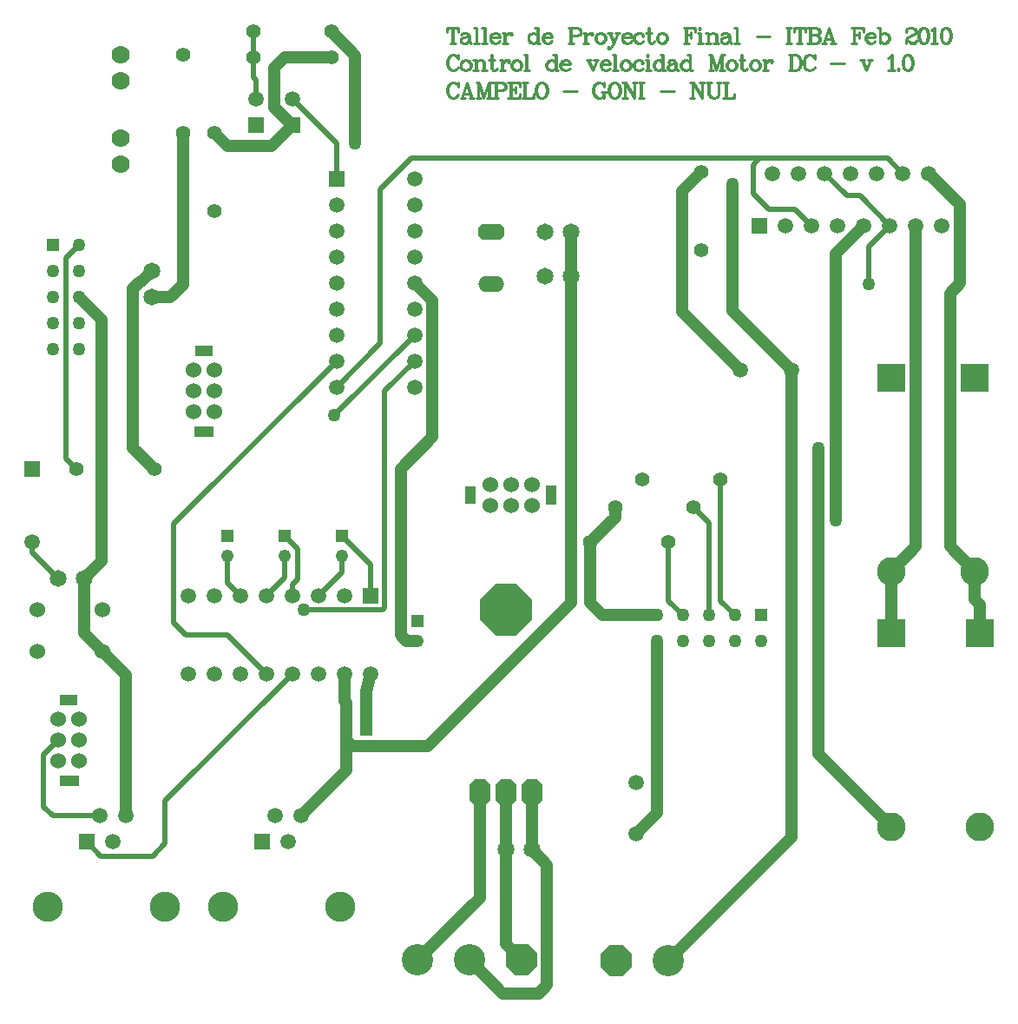
<source format=gtl>
%FSLAX23Y23*%
%MOIN*%
G70*
G01*
G75*
G04 Layer_Physical_Order=1*
G04 Layer_Color=255*
%ADD10C,0.020*%
%ADD11C,0.047*%
%ADD12C,0.010*%
%ADD13C,0.059*%
%ADD14O,0.100X0.060*%
G04:AMPARAMS|DCode=15|XSize=100mil|YSize=60mil|CornerRadius=0mil|HoleSize=0mil|Usage=FLASHONLY|Rotation=0.000|XOffset=0mil|YOffset=0mil|HoleType=Round|Shape=Octagon|*
%AMOCTAGOND15*
4,1,8,0.050,-0.015,0.050,0.015,0.035,0.030,-0.035,0.030,-0.050,0.015,-0.050,-0.015,-0.035,-0.030,0.035,-0.030,0.050,-0.015,0.0*
%
%ADD15OCTAGOND15*%

%ADD16C,0.065*%
%ADD17R,0.059X0.059*%
%ADD18C,0.055*%
%ADD19R,0.059X0.059*%
%ADD20C,0.070*%
%ADD21C,0.049*%
%ADD22R,0.049X0.049*%
%ADD23C,0.060*%
%ADD24C,0.050*%
%ADD25R,0.050X0.050*%
G04:AMPARAMS|DCode=26|XSize=80mil|YSize=100mil|CornerRadius=0mil|HoleSize=0mil|Usage=FLASHONLY|Rotation=0.000|XOffset=0mil|YOffset=0mil|HoleType=Round|Shape=Octagon|*
%AMOCTAGOND26*
4,1,8,-0.020,0.050,0.020,0.050,0.040,0.030,0.040,-0.030,0.020,-0.050,-0.020,-0.050,-0.040,-0.030,-0.040,0.030,-0.020,0.050,0.0*
%
%ADD26OCTAGOND26*%

%ADD27P,0.213X8X22.5*%
%ADD28C,0.120*%
%ADD29P,0.130X8X202.5*%
%ADD30C,0.059*%
%ADD31C,0.116*%
%ADD32R,0.059X0.059*%
%ADD33R,0.049X0.049*%
%ADD34R,0.110X0.110*%
%ADD35C,0.110*%
%ADD36R,0.050X0.050*%
%ADD37R,0.070X0.040*%
%ADD38R,0.075X0.040*%
%ADD39R,0.040X0.070*%
%ADD40R,0.040X0.075*%
D10*
X4931Y6349D02*
X4955Y6373D01*
X5447D01*
X3618D02*
X4955D01*
X2370Y3750D02*
X2425Y3695D01*
X2624D01*
X2672Y3743D01*
Y3907D01*
X3160Y4395D01*
X5374Y5891D02*
Y6034D01*
X5455Y6115D01*
X5205Y6315D02*
X5290Y6230D01*
X5340D01*
X5455Y6115D01*
X3205Y4640D02*
X3507D01*
X3515Y4648D01*
Y5480D01*
X3630Y5595D01*
X2910Y4545D02*
X3060Y4395D01*
X2752Y4545D02*
X2910D01*
X2705Y4592D02*
X2752Y4545D01*
X2705Y4592D02*
Y4970D01*
X3330Y5595D01*
X2910Y4745D02*
Y4846D01*
Y4745D02*
X2960Y4695D01*
X3130Y4765D02*
Y4846D01*
X3060Y4695D02*
X3130Y4765D01*
X3350Y4924D02*
X3460Y4814D01*
Y4695D02*
Y4814D01*
X4805Y4675D02*
Y5140D01*
Y4675D02*
X4860Y4620D01*
X5447Y6373D02*
X5505Y6315D01*
X3499Y6254D02*
X3618Y6373D01*
X3499Y5664D02*
Y6254D01*
X3330Y5495D02*
X3499Y5664D01*
X5092Y6178D02*
X5155Y6115D01*
X4992Y6178D02*
X5092D01*
X4931Y6239D02*
X4992Y6178D01*
X4931Y6239D02*
Y6349D01*
X4955Y6373D02*
X5447D01*
X4760Y4620D02*
Y4975D01*
X4700Y5035D02*
X4760Y4975D01*
X4605Y4675D02*
Y4900D01*
Y4675D02*
X4660Y4620D01*
X3322Y5387D02*
X3630Y5695D01*
X2290Y5220D02*
X2330Y5180D01*
X2290Y5220D02*
Y5990D01*
X2340Y6040D01*
X3260Y4695D02*
X3350Y4785D01*
Y4846D01*
X3330Y6295D02*
Y6430D01*
X3160Y6600D02*
X3330Y6430D01*
X2240Y3850D02*
X2420D01*
X2205Y3885D02*
X2240Y3850D01*
X2205Y3885D02*
Y4085D01*
X2260Y4140D01*
X3160Y4695D02*
Y4736D01*
X3180Y4756D01*
Y4874D01*
X3130Y4924D02*
X3180Y4874D01*
X2160Y4860D02*
Y4900D01*
Y4860D02*
X2260Y4760D01*
X3010Y6685D02*
Y6760D01*
Y6685D02*
X3020Y6675D01*
Y6600D02*
Y6675D01*
X3010Y6760D02*
Y6860D01*
D11*
X3366Y4142D02*
X3392Y4116D01*
X3366Y4142D02*
Y4180D01*
Y4023D02*
Y4142D01*
X5180Y4089D02*
Y5262D01*
Y4089D02*
X5460Y3809D01*
X5605Y6315D02*
X5724Y6196D01*
Y5893D02*
Y6196D01*
X5686Y5855D02*
X5724Y5893D01*
X5686Y4883D02*
Y5855D01*
Y4883D02*
X5780Y4789D01*
X5555Y4884D02*
Y6115D01*
X5460Y4789D02*
X5555Y4884D01*
X4230Y5962D02*
Y6090D01*
X4230Y5922D02*
X4230Y5962D01*
X3366Y4142D02*
Y4180D01*
X3392Y4116D02*
X3680D01*
X4230Y4666D01*
Y5922D01*
X4560Y3862D02*
Y4520D01*
X4480Y3782D02*
X4560Y3862D01*
X3980Y3356D02*
Y3720D01*
Y3356D02*
X4041Y3296D01*
X2360Y4550D02*
X2430Y4480D01*
X2360Y4550D02*
Y4760D01*
X2520Y3850D02*
Y4390D01*
X2430Y4480D02*
X2520Y4390D01*
X4605Y3295D02*
X5078Y3768D01*
Y5560D01*
X3310Y6860D02*
X3401Y6769D01*
Y6431D02*
Y6769D01*
X5248Y4985D02*
Y6008D01*
X5355Y6115D01*
X4400Y4995D02*
Y5035D01*
X4305Y4900D02*
X4400Y4995D01*
X3444Y4180D02*
Y4326D01*
X3460Y4395D01*
X4852Y5786D02*
Y6275D01*
Y5786D02*
X5078Y5560D01*
X4659Y5783D02*
X4882Y5560D01*
X4659Y5783D02*
Y6249D01*
X4730Y6320D01*
X3080Y6420D02*
X3160Y6500D01*
X2910Y6420D02*
X3080D01*
X2860Y6470D02*
X2910Y6420D01*
X3841Y3296D02*
X3968Y3168D01*
X4107D01*
X4139Y3200D01*
Y3661D01*
X4080Y3720D02*
X4139Y3661D01*
X2340Y5840D02*
X2427Y5753D01*
Y4827D02*
Y5753D01*
X2360Y4760D02*
X2427Y4827D01*
X2740Y5888D02*
Y6470D01*
X2692Y5840D02*
X2740Y5888D01*
X2620Y5840D02*
X2692D01*
X4352Y4620D02*
X4560D01*
X4305Y4667D02*
X4352Y4620D01*
X4305Y4667D02*
Y4900D01*
X3131Y6760D02*
X3310D01*
X3091Y6720D02*
X3131Y6760D01*
X3091Y6569D02*
Y6720D01*
Y6569D02*
X3160Y6500D01*
X3195Y3852D02*
X3366Y4023D01*
X3641Y3296D02*
X3880Y3535D01*
Y3940D01*
X2549Y5261D02*
X2630Y5180D01*
X2549Y5261D02*
Y5873D01*
X2576Y5900D01*
X2580D01*
X2620Y5940D01*
X3630Y5895D02*
X3699Y5826D01*
Y5304D02*
Y5826D01*
X3576Y5181D02*
X3699Y5304D01*
X3576Y4544D02*
Y5181D01*
Y4544D02*
X3599Y4521D01*
X3640D01*
X5780Y4680D02*
Y4789D01*
Y4680D02*
X5800Y4660D01*
Y4551D02*
Y4660D01*
X5460Y4551D02*
Y4789D01*
X3980Y3830D02*
Y3940D01*
X3980Y3830D02*
X3980Y3830D01*
X3980Y3720D02*
Y3830D01*
X3360Y4290D02*
Y4395D01*
Y4290D02*
X3366Y4284D01*
Y4180D02*
Y4284D01*
X4080Y3830D02*
Y3940D01*
X4080Y3830D02*
X4080Y3830D01*
X4080Y3720D02*
Y3830D01*
D12*
X3795Y6656D02*
X3798Y6648D01*
Y6665D01*
X3795Y6656D01*
X3789Y6662D01*
X3781Y6665D01*
X3775D01*
X3766Y6662D01*
X3761Y6656D01*
X3758Y6651D01*
X3755Y6642D01*
Y6628D01*
X3758Y6619D01*
X3761Y6614D01*
X3766Y6608D01*
X3775Y6605D01*
X3781D01*
X3789Y6608D01*
X3795Y6614D01*
X3798Y6619D01*
X3775Y6665D02*
X3769Y6662D01*
X3764Y6656D01*
X3761Y6651D01*
X3758Y6642D01*
Y6628D01*
X3761Y6619D01*
X3764Y6614D01*
X3769Y6608D01*
X3775Y6605D01*
X3832Y6665D02*
X3812Y6605D01*
X3832Y6665D02*
X3852Y6605D01*
X3832Y6656D02*
X3849Y6605D01*
X3818Y6622D02*
X3844D01*
X3806Y6605D02*
X3824D01*
X3841D02*
X3858D01*
X3874Y6665D02*
Y6605D01*
X3877Y6665D02*
X3894Y6614D01*
X3874Y6665D02*
X3894Y6605D01*
X3914Y6665D02*
X3894Y6605D01*
X3914Y6665D02*
Y6605D01*
X3917Y6665D02*
Y6605D01*
X3866Y6665D02*
X3877D01*
X3914D02*
X3926D01*
X3866Y6605D02*
X3883D01*
X3906D02*
X3926D01*
X3941Y6665D02*
Y6605D01*
X3944Y6665D02*
Y6605D01*
X3932Y6665D02*
X3967D01*
X3975Y6662D01*
X3978Y6659D01*
X3981Y6654D01*
Y6645D01*
X3978Y6639D01*
X3975Y6636D01*
X3967Y6634D01*
X3944D01*
X3967Y6665D02*
X3972Y6662D01*
X3975Y6659D01*
X3978Y6654D01*
Y6645D01*
X3975Y6639D01*
X3972Y6636D01*
X3967Y6634D01*
X3932Y6605D02*
X3952D01*
X3998Y6665D02*
Y6605D01*
X4000Y6665D02*
Y6605D01*
X4018Y6648D02*
Y6625D01*
X3989Y6665D02*
X4035D01*
Y6648D01*
X4032Y6665D01*
X4000Y6636D02*
X4018D01*
X3989Y6605D02*
X4035D01*
Y6622D01*
X4032Y6605D01*
X4052Y6665D02*
Y6605D01*
X4054Y6665D02*
Y6605D01*
X4043Y6665D02*
X4063D01*
X4043Y6605D02*
X4086D01*
Y6622D01*
X4083Y6605D01*
X4114Y6665D02*
X4106Y6662D01*
X4100Y6656D01*
X4097Y6651D01*
X4094Y6639D01*
Y6631D01*
X4097Y6619D01*
X4100Y6614D01*
X4106Y6608D01*
X4114Y6605D01*
X4120D01*
X4129Y6608D01*
X4134Y6614D01*
X4137Y6619D01*
X4140Y6631D01*
Y6639D01*
X4137Y6651D01*
X4134Y6656D01*
X4129Y6662D01*
X4120Y6665D01*
X4114D01*
X4109Y6662D01*
X4103Y6656D01*
X4100Y6651D01*
X4097Y6639D01*
Y6631D01*
X4100Y6619D01*
X4103Y6614D01*
X4109Y6608D01*
X4114Y6605D01*
X4120D02*
X4126Y6608D01*
X4131Y6614D01*
X4134Y6619D01*
X4137Y6631D01*
Y6639D01*
X4134Y6651D01*
X4131Y6656D01*
X4126Y6662D01*
X4120Y6665D01*
X4202Y6631D02*
X4254D01*
X4355Y6656D02*
X4358Y6648D01*
Y6665D01*
X4355Y6656D01*
X4350Y6662D01*
X4341Y6665D01*
X4335D01*
X4327Y6662D01*
X4321Y6656D01*
X4318Y6651D01*
X4315Y6642D01*
Y6628D01*
X4318Y6619D01*
X4321Y6614D01*
X4327Y6608D01*
X4335Y6605D01*
X4341D01*
X4350Y6608D01*
X4355Y6614D01*
X4335Y6665D02*
X4330Y6662D01*
X4324Y6656D01*
X4321Y6651D01*
X4318Y6642D01*
Y6628D01*
X4321Y6619D01*
X4324Y6614D01*
X4330Y6608D01*
X4335Y6605D01*
X4355Y6628D02*
Y6605D01*
X4358Y6628D02*
Y6605D01*
X4347Y6628D02*
X4367D01*
X4395Y6665D02*
X4386Y6662D01*
X4380Y6656D01*
X4377Y6651D01*
X4375Y6639D01*
Y6631D01*
X4377Y6619D01*
X4380Y6614D01*
X4386Y6608D01*
X4395Y6605D01*
X4400D01*
X4409Y6608D01*
X4415Y6614D01*
X4417Y6619D01*
X4420Y6631D01*
Y6639D01*
X4417Y6651D01*
X4415Y6656D01*
X4409Y6662D01*
X4400Y6665D01*
X4395D01*
X4389Y6662D01*
X4383Y6656D01*
X4380Y6651D01*
X4377Y6639D01*
Y6631D01*
X4380Y6619D01*
X4383Y6614D01*
X4389Y6608D01*
X4395Y6605D01*
X4400D02*
X4406Y6608D01*
X4412Y6614D01*
X4415Y6619D01*
X4417Y6631D01*
Y6639D01*
X4415Y6651D01*
X4412Y6656D01*
X4406Y6662D01*
X4400Y6665D01*
X4437D02*
Y6605D01*
X4440Y6665D02*
X4474Y6611D01*
X4440Y6659D02*
X4474Y6605D01*
Y6665D02*
Y6605D01*
X4429Y6665D02*
X4440D01*
X4466D02*
X4483D01*
X4429Y6605D02*
X4446D01*
X4499Y6665D02*
Y6605D01*
X4502Y6665D02*
Y6605D01*
X4490Y6665D02*
X4510D01*
X4490Y6605D02*
X4510D01*
X4575Y6631D02*
X4627D01*
X4697Y6665D02*
Y6605D01*
X4700Y6665D02*
X4734Y6611D01*
X4700Y6659D02*
X4734Y6605D01*
Y6665D02*
Y6605D01*
X4688Y6665D02*
X4700D01*
X4725D02*
X4743D01*
X4688Y6605D02*
X4705D01*
X4758Y6665D02*
Y6622D01*
X4761Y6614D01*
X4767Y6608D01*
X4776Y6605D01*
X4781D01*
X4790Y6608D01*
X4796Y6614D01*
X4798Y6622D01*
Y6665D01*
X4761D02*
Y6622D01*
X4764Y6614D01*
X4770Y6608D01*
X4776Y6605D01*
X4750Y6665D02*
X4770D01*
X4790D02*
X4807D01*
X4823D02*
Y6605D01*
X4826Y6665D02*
Y6605D01*
X4814Y6665D02*
X4834D01*
X4814Y6605D02*
X4857D01*
Y6622D01*
X4854Y6605D01*
X3795Y6761D02*
X3798Y6753D01*
Y6770D01*
X3795Y6761D01*
X3789Y6767D01*
X3781Y6770D01*
X3775D01*
X3766Y6767D01*
X3761Y6761D01*
X3758Y6756D01*
X3755Y6747D01*
Y6733D01*
X3758Y6724D01*
X3761Y6719D01*
X3766Y6713D01*
X3775Y6710D01*
X3781D01*
X3789Y6713D01*
X3795Y6719D01*
X3798Y6724D01*
X3775Y6770D02*
X3769Y6767D01*
X3764Y6761D01*
X3761Y6756D01*
X3758Y6747D01*
Y6733D01*
X3761Y6724D01*
X3764Y6719D01*
X3769Y6713D01*
X3775Y6710D01*
X3824Y6750D02*
X3815Y6747D01*
X3809Y6741D01*
X3806Y6733D01*
Y6727D01*
X3809Y6719D01*
X3815Y6713D01*
X3824Y6710D01*
X3829D01*
X3838Y6713D01*
X3844Y6719D01*
X3846Y6727D01*
Y6733D01*
X3844Y6741D01*
X3838Y6747D01*
X3829Y6750D01*
X3824D01*
X3818Y6747D01*
X3812Y6741D01*
X3809Y6733D01*
Y6727D01*
X3812Y6719D01*
X3818Y6713D01*
X3824Y6710D01*
X3829D02*
X3835Y6713D01*
X3841Y6719D01*
X3844Y6727D01*
Y6733D01*
X3841Y6741D01*
X3835Y6747D01*
X3829Y6750D01*
X3864D02*
Y6710D01*
X3867Y6750D02*
Y6710D01*
Y6741D02*
X3872Y6747D01*
X3881Y6750D01*
X3887D01*
X3895Y6747D01*
X3898Y6741D01*
Y6710D01*
X3887Y6750D02*
X3892Y6747D01*
X3895Y6741D01*
Y6710D01*
X3855Y6750D02*
X3867D01*
X3855Y6710D02*
X3875D01*
X3887D02*
X3907D01*
X3932D02*
X3929Y6713D01*
X3926Y6721D01*
Y6770D01*
X3923D01*
Y6721D01*
X3926Y6713D01*
X3932Y6710D01*
X3937D01*
X3943Y6713D01*
X3946Y6719D01*
X3914Y6750D02*
X3937D01*
X3964D02*
Y6710D01*
X3967Y6750D02*
Y6710D01*
Y6733D02*
X3970Y6741D01*
X3976Y6747D01*
X3981Y6750D01*
X3990D01*
X3993Y6747D01*
Y6744D01*
X3990Y6741D01*
X3987Y6744D01*
X3990Y6747D01*
X3956Y6750D02*
X3967D01*
X3956Y6710D02*
X3976D01*
X4019Y6750D02*
X4010Y6747D01*
X4005Y6741D01*
X4002Y6733D01*
Y6727D01*
X4005Y6719D01*
X4010Y6713D01*
X4019Y6710D01*
X4025D01*
X4033Y6713D01*
X4039Y6719D01*
X4042Y6727D01*
Y6733D01*
X4039Y6741D01*
X4033Y6747D01*
X4025Y6750D01*
X4019D01*
X4013Y6747D01*
X4008Y6741D01*
X4005Y6733D01*
Y6727D01*
X4008Y6719D01*
X4013Y6713D01*
X4019Y6710D01*
X4025D02*
X4030Y6713D01*
X4036Y6719D01*
X4039Y6727D01*
Y6733D01*
X4036Y6741D01*
X4030Y6747D01*
X4025Y6750D01*
X4059Y6770D02*
Y6710D01*
X4062Y6770D02*
Y6710D01*
X4051Y6770D02*
X4062D01*
X4051Y6710D02*
X4071D01*
X4170Y6770D02*
Y6710D01*
X4173Y6770D02*
Y6710D01*
X4170Y6741D02*
X4164Y6747D01*
X4158Y6750D01*
X4153D01*
X4144Y6747D01*
X4138Y6741D01*
X4135Y6733D01*
Y6727D01*
X4138Y6719D01*
X4144Y6713D01*
X4153Y6710D01*
X4158D01*
X4164Y6713D01*
X4170Y6719D01*
X4153Y6750D02*
X4147Y6747D01*
X4141Y6741D01*
X4138Y6733D01*
Y6727D01*
X4141Y6719D01*
X4147Y6713D01*
X4153Y6710D01*
X4161Y6770D02*
X4173D01*
X4170Y6710D02*
X4181D01*
X4192Y6733D02*
X4227D01*
Y6739D01*
X4224Y6744D01*
X4221Y6747D01*
X4215Y6750D01*
X4207D01*
X4198Y6747D01*
X4192Y6741D01*
X4189Y6733D01*
Y6727D01*
X4192Y6719D01*
X4198Y6713D01*
X4207Y6710D01*
X4212D01*
X4221Y6713D01*
X4227Y6719D01*
X4224Y6733D02*
Y6741D01*
X4221Y6747D01*
X4207Y6750D02*
X4201Y6747D01*
X4195Y6741D01*
X4192Y6733D01*
Y6727D01*
X4195Y6719D01*
X4201Y6713D01*
X4207Y6710D01*
X4295Y6750D02*
X4313Y6710D01*
X4298Y6750D02*
X4313Y6716D01*
X4330Y6750D02*
X4313Y6710D01*
X4290Y6750D02*
X4307D01*
X4318D02*
X4335D01*
X4347Y6733D02*
X4381D01*
Y6739D01*
X4378Y6744D01*
X4375Y6747D01*
X4369Y6750D01*
X4361D01*
X4352Y6747D01*
X4347Y6741D01*
X4344Y6733D01*
Y6727D01*
X4347Y6719D01*
X4352Y6713D01*
X4361Y6710D01*
X4367D01*
X4375Y6713D01*
X4381Y6719D01*
X4378Y6733D02*
Y6741D01*
X4375Y6747D01*
X4361Y6750D02*
X4355Y6747D01*
X4349Y6741D01*
X4347Y6733D01*
Y6727D01*
X4349Y6719D01*
X4355Y6713D01*
X4361Y6710D01*
X4399Y6770D02*
Y6710D01*
X4401Y6770D02*
Y6710D01*
X4390Y6770D02*
X4401D01*
X4390Y6710D02*
X4410D01*
X4438Y6750D02*
X4429Y6747D01*
X4424Y6741D01*
X4421Y6733D01*
Y6727D01*
X4424Y6719D01*
X4429Y6713D01*
X4438Y6710D01*
X4444D01*
X4452Y6713D01*
X4458Y6719D01*
X4461Y6727D01*
Y6733D01*
X4458Y6741D01*
X4452Y6747D01*
X4444Y6750D01*
X4438D01*
X4432Y6747D01*
X4427Y6741D01*
X4424Y6733D01*
Y6727D01*
X4427Y6719D01*
X4432Y6713D01*
X4438Y6710D01*
X4444D02*
X4449Y6713D01*
X4455Y6719D01*
X4458Y6727D01*
Y6733D01*
X4455Y6741D01*
X4449Y6747D01*
X4444Y6750D01*
X4504Y6741D02*
X4501Y6739D01*
X4504Y6736D01*
X4507Y6739D01*
Y6741D01*
X4501Y6747D01*
X4495Y6750D01*
X4487D01*
X4478Y6747D01*
X4473Y6741D01*
X4470Y6733D01*
Y6727D01*
X4473Y6719D01*
X4478Y6713D01*
X4487Y6710D01*
X4493D01*
X4501Y6713D01*
X4507Y6719D01*
X4487Y6750D02*
X4481Y6747D01*
X4475Y6741D01*
X4473Y6733D01*
Y6727D01*
X4475Y6719D01*
X4481Y6713D01*
X4487Y6710D01*
X4525Y6770D02*
X4522Y6767D01*
X4525Y6764D01*
X4527Y6767D01*
X4525Y6770D01*
Y6750D02*
Y6710D01*
X4527Y6750D02*
Y6710D01*
X4516Y6750D02*
X4527D01*
X4516Y6710D02*
X4536D01*
X4581Y6770D02*
Y6710D01*
X4584Y6770D02*
Y6710D01*
X4581Y6741D02*
X4575Y6747D01*
X4570Y6750D01*
X4564D01*
X4555Y6747D01*
X4550Y6741D01*
X4547Y6733D01*
Y6727D01*
X4550Y6719D01*
X4555Y6713D01*
X4564Y6710D01*
X4570D01*
X4575Y6713D01*
X4581Y6719D01*
X4564Y6750D02*
X4558Y6747D01*
X4553Y6741D01*
X4550Y6733D01*
Y6727D01*
X4553Y6719D01*
X4558Y6713D01*
X4564Y6710D01*
X4573Y6770D02*
X4584D01*
X4581Y6710D02*
X4593D01*
X4607Y6744D02*
Y6741D01*
X4604D01*
Y6744D01*
X4607Y6747D01*
X4612Y6750D01*
X4624D01*
X4629Y6747D01*
X4632Y6744D01*
X4635Y6739D01*
Y6719D01*
X4638Y6713D01*
X4641Y6710D01*
X4632Y6744D02*
Y6719D01*
X4635Y6713D01*
X4641Y6710D01*
X4644D01*
X4632Y6739D02*
X4629Y6736D01*
X4612Y6733D01*
X4604Y6730D01*
X4601Y6724D01*
Y6719D01*
X4604Y6713D01*
X4612Y6710D01*
X4621D01*
X4627Y6713D01*
X4632Y6719D01*
X4612Y6733D02*
X4607Y6730D01*
X4604Y6724D01*
Y6719D01*
X4607Y6713D01*
X4612Y6710D01*
X4687Y6770D02*
Y6710D01*
X4689Y6770D02*
Y6710D01*
X4687Y6741D02*
X4681Y6747D01*
X4675Y6750D01*
X4669D01*
X4661Y6747D01*
X4655Y6741D01*
X4652Y6733D01*
Y6727D01*
X4655Y6719D01*
X4661Y6713D01*
X4669Y6710D01*
X4675D01*
X4681Y6713D01*
X4687Y6719D01*
X4669Y6750D02*
X4664Y6747D01*
X4658Y6741D01*
X4655Y6733D01*
Y6727D01*
X4658Y6719D01*
X4664Y6713D01*
X4669Y6710D01*
X4678Y6770D02*
X4689D01*
X4687Y6710D02*
X4698D01*
X4769Y6770D02*
Y6710D01*
X4772Y6770D02*
X4789Y6719D01*
X4769Y6770D02*
X4789Y6710D01*
X4809Y6770D02*
X4789Y6710D01*
X4809Y6770D02*
Y6710D01*
X4812Y6770D02*
Y6710D01*
X4760Y6770D02*
X4772D01*
X4809D02*
X4820D01*
X4760Y6710D02*
X4777D01*
X4800D02*
X4820D01*
X4844Y6750D02*
X4836Y6747D01*
X4830Y6741D01*
X4827Y6733D01*
Y6727D01*
X4830Y6719D01*
X4836Y6713D01*
X4844Y6710D01*
X4850D01*
X4858Y6713D01*
X4864Y6719D01*
X4867Y6727D01*
Y6733D01*
X4864Y6741D01*
X4858Y6747D01*
X4850Y6750D01*
X4844D01*
X4838Y6747D01*
X4833Y6741D01*
X4830Y6733D01*
Y6727D01*
X4833Y6719D01*
X4838Y6713D01*
X4844Y6710D01*
X4850D02*
X4856Y6713D01*
X4861Y6719D01*
X4864Y6727D01*
Y6733D01*
X4861Y6741D01*
X4856Y6747D01*
X4850Y6750D01*
X4893Y6710D02*
X4890Y6713D01*
X4887Y6721D01*
Y6770D01*
X4884D01*
Y6721D01*
X4887Y6713D01*
X4893Y6710D01*
X4899D01*
X4904Y6713D01*
X4907Y6719D01*
X4876Y6750D02*
X4899D01*
X4934D02*
X4926Y6747D01*
X4920Y6741D01*
X4917Y6733D01*
Y6727D01*
X4920Y6719D01*
X4926Y6713D01*
X4934Y6710D01*
X4940D01*
X4948Y6713D01*
X4954Y6719D01*
X4957Y6727D01*
Y6733D01*
X4954Y6741D01*
X4948Y6747D01*
X4940Y6750D01*
X4934D01*
X4928Y6747D01*
X4923Y6741D01*
X4920Y6733D01*
Y6727D01*
X4923Y6719D01*
X4928Y6713D01*
X4934Y6710D01*
X4940D02*
X4946Y6713D01*
X4951Y6719D01*
X4954Y6727D01*
Y6733D01*
X4951Y6741D01*
X4946Y6747D01*
X4940Y6750D01*
X4974D02*
Y6710D01*
X4977Y6750D02*
Y6710D01*
Y6733D02*
X4980Y6741D01*
X4986Y6747D01*
X4992Y6750D01*
X5000D01*
X5003Y6747D01*
Y6744D01*
X5000Y6741D01*
X4997Y6744D01*
X5000Y6747D01*
X4966Y6750D02*
X4977D01*
X4966Y6710D02*
X4986D01*
X5075Y6770D02*
Y6710D01*
X5078Y6770D02*
Y6710D01*
X5066Y6770D02*
X5095D01*
X5103Y6767D01*
X5109Y6761D01*
X5112Y6756D01*
X5115Y6747D01*
Y6733D01*
X5112Y6724D01*
X5109Y6719D01*
X5103Y6713D01*
X5095Y6710D01*
X5066D01*
X5095Y6770D02*
X5100Y6767D01*
X5106Y6761D01*
X5109Y6756D01*
X5112Y6747D01*
Y6733D01*
X5109Y6724D01*
X5106Y6719D01*
X5100Y6713D01*
X5095Y6710D01*
X5163Y6761D02*
X5166Y6753D01*
Y6770D01*
X5163Y6761D01*
X5157Y6767D01*
X5148Y6770D01*
X5143D01*
X5134Y6767D01*
X5128Y6761D01*
X5126Y6756D01*
X5123Y6747D01*
Y6733D01*
X5126Y6724D01*
X5128Y6719D01*
X5134Y6713D01*
X5143Y6710D01*
X5148D01*
X5157Y6713D01*
X5163Y6719D01*
X5166Y6724D01*
X5143Y6770D02*
X5137Y6767D01*
X5131Y6761D01*
X5128Y6756D01*
X5126Y6747D01*
Y6733D01*
X5128Y6724D01*
X5131Y6719D01*
X5137Y6713D01*
X5143Y6710D01*
X5228Y6736D02*
X5280D01*
X5347Y6750D02*
X5364Y6710D01*
X5350Y6750D02*
X5364Y6716D01*
X5381Y6750D02*
X5364Y6710D01*
X5341Y6750D02*
X5358D01*
X5370D02*
X5387D01*
X5449Y6759D02*
X5455Y6761D01*
X5463Y6770D01*
Y6710D01*
X5461Y6767D02*
Y6710D01*
X5449D02*
X5475D01*
X5488Y6716D02*
X5485Y6713D01*
X5488Y6710D01*
X5491Y6713D01*
X5488Y6716D01*
X5520Y6770D02*
X5512Y6767D01*
X5506Y6759D01*
X5503Y6744D01*
Y6736D01*
X5506Y6721D01*
X5512Y6713D01*
X5520Y6710D01*
X5526D01*
X5535Y6713D01*
X5540Y6721D01*
X5543Y6736D01*
Y6744D01*
X5540Y6759D01*
X5535Y6767D01*
X5526Y6770D01*
X5520D01*
X5515Y6767D01*
X5512Y6764D01*
X5509Y6759D01*
X5506Y6744D01*
Y6736D01*
X5509Y6721D01*
X5512Y6716D01*
X5515Y6713D01*
X5520Y6710D01*
X5526D02*
X5532Y6713D01*
X5535Y6716D01*
X5537Y6721D01*
X5540Y6736D01*
Y6744D01*
X5537Y6759D01*
X5535Y6764D01*
X5532Y6767D01*
X5526Y6770D01*
X3775Y6875D02*
Y6815D01*
X3778Y6875D02*
Y6815D01*
X3758Y6875D02*
X3755Y6858D01*
Y6875D01*
X3798D01*
Y6858D01*
X3795Y6875D01*
X3766Y6815D02*
X3786D01*
X3812Y6849D02*
Y6846D01*
X3809D01*
Y6849D01*
X3812Y6852D01*
X3818Y6855D01*
X3829D01*
X3835Y6852D01*
X3838Y6849D01*
X3841Y6844D01*
Y6824D01*
X3844Y6818D01*
X3846Y6815D01*
X3838Y6849D02*
Y6824D01*
X3841Y6818D01*
X3846Y6815D01*
X3849D01*
X3838Y6844D02*
X3835Y6841D01*
X3818Y6838D01*
X3809Y6835D01*
X3806Y6829D01*
Y6824D01*
X3809Y6818D01*
X3818Y6815D01*
X3826D01*
X3832Y6818D01*
X3838Y6824D01*
X3818Y6838D02*
X3812Y6835D01*
X3809Y6829D01*
Y6824D01*
X3812Y6818D01*
X3818Y6815D01*
X3866Y6875D02*
Y6815D01*
X3869Y6875D02*
Y6815D01*
X3858Y6875D02*
X3869D01*
X3858Y6815D02*
X3878D01*
X3897Y6875D02*
Y6815D01*
X3900Y6875D02*
Y6815D01*
X3889Y6875D02*
X3900D01*
X3889Y6815D02*
X3909D01*
X3922Y6838D02*
X3957D01*
Y6844D01*
X3954Y6849D01*
X3951Y6852D01*
X3945Y6855D01*
X3937D01*
X3928Y6852D01*
X3922Y6846D01*
X3920Y6838D01*
Y6832D01*
X3922Y6824D01*
X3928Y6818D01*
X3937Y6815D01*
X3942D01*
X3951Y6818D01*
X3957Y6824D01*
X3954Y6838D02*
Y6846D01*
X3951Y6852D01*
X3937Y6855D02*
X3931Y6852D01*
X3925Y6846D01*
X3922Y6838D01*
Y6832D01*
X3925Y6824D01*
X3931Y6818D01*
X3937Y6815D01*
X3974Y6855D02*
Y6815D01*
X3977Y6855D02*
Y6815D01*
Y6838D02*
X3980Y6846D01*
X3986Y6852D01*
X3992Y6855D01*
X4000D01*
X4003Y6852D01*
Y6849D01*
X4000Y6846D01*
X3997Y6849D01*
X4000Y6852D01*
X3966Y6855D02*
X3977D01*
X3966Y6815D02*
X3986D01*
X4100Y6875D02*
Y6815D01*
X4103Y6875D02*
Y6815D01*
X4100Y6846D02*
X4095Y6852D01*
X4089Y6855D01*
X4083D01*
X4075Y6852D01*
X4069Y6846D01*
X4066Y6838D01*
Y6832D01*
X4069Y6824D01*
X4075Y6818D01*
X4083Y6815D01*
X4089D01*
X4095Y6818D01*
X4100Y6824D01*
X4083Y6855D02*
X4078Y6852D01*
X4072Y6846D01*
X4069Y6838D01*
Y6832D01*
X4072Y6824D01*
X4078Y6818D01*
X4083Y6815D01*
X4092Y6875D02*
X4103D01*
X4100Y6815D02*
X4112D01*
X4123Y6838D02*
X4157D01*
Y6844D01*
X4154Y6849D01*
X4151Y6852D01*
X4146Y6855D01*
X4137D01*
X4129Y6852D01*
X4123Y6846D01*
X4120Y6838D01*
Y6832D01*
X4123Y6824D01*
X4129Y6818D01*
X4137Y6815D01*
X4143D01*
X4151Y6818D01*
X4157Y6824D01*
X4154Y6838D02*
Y6846D01*
X4151Y6852D01*
X4137Y6855D02*
X4131Y6852D01*
X4126Y6846D01*
X4123Y6838D01*
Y6832D01*
X4126Y6824D01*
X4131Y6818D01*
X4137Y6815D01*
X4229Y6875D02*
Y6815D01*
X4232Y6875D02*
Y6815D01*
X4220Y6875D02*
X4255D01*
X4263Y6872D01*
X4266Y6869D01*
X4269Y6864D01*
Y6855D01*
X4266Y6849D01*
X4263Y6846D01*
X4255Y6844D01*
X4232D01*
X4255Y6875D02*
X4260Y6872D01*
X4263Y6869D01*
X4266Y6864D01*
Y6855D01*
X4263Y6849D01*
X4260Y6846D01*
X4255Y6844D01*
X4220Y6815D02*
X4240D01*
X4285Y6855D02*
Y6815D01*
X4288Y6855D02*
Y6815D01*
Y6838D02*
X4291Y6846D01*
X4297Y6852D01*
X4303Y6855D01*
X4311D01*
X4314Y6852D01*
Y6849D01*
X4311Y6846D01*
X4308Y6849D01*
X4311Y6852D01*
X4277Y6855D02*
X4288D01*
X4277Y6815D02*
X4297D01*
X4340Y6855D02*
X4332Y6852D01*
X4326Y6846D01*
X4323Y6838D01*
Y6832D01*
X4326Y6824D01*
X4332Y6818D01*
X4340Y6815D01*
X4346D01*
X4355Y6818D01*
X4360Y6824D01*
X4363Y6832D01*
Y6838D01*
X4360Y6846D01*
X4355Y6852D01*
X4346Y6855D01*
X4340D01*
X4335Y6852D01*
X4329Y6846D01*
X4326Y6838D01*
Y6832D01*
X4329Y6824D01*
X4335Y6818D01*
X4340Y6815D01*
X4346D02*
X4352Y6818D01*
X4357Y6824D01*
X4360Y6832D01*
Y6838D01*
X4357Y6846D01*
X4352Y6852D01*
X4346Y6855D01*
X4378D02*
X4395Y6815D01*
X4381Y6855D02*
X4395Y6821D01*
X4412Y6855D02*
X4395Y6815D01*
X4389Y6804D01*
X4383Y6798D01*
X4378Y6795D01*
X4375D01*
X4372Y6798D01*
X4375Y6801D01*
X4378Y6798D01*
X4372Y6855D02*
X4389D01*
X4401D02*
X4418D01*
X4429Y6838D02*
X4463D01*
Y6844D01*
X4460Y6849D01*
X4457Y6852D01*
X4452Y6855D01*
X4443D01*
X4435Y6852D01*
X4429Y6846D01*
X4426Y6838D01*
Y6832D01*
X4429Y6824D01*
X4435Y6818D01*
X4443Y6815D01*
X4449D01*
X4457Y6818D01*
X4463Y6824D01*
X4460Y6838D02*
Y6846D01*
X4457Y6852D01*
X4443Y6855D02*
X4437Y6852D01*
X4432Y6846D01*
X4429Y6838D01*
Y6832D01*
X4432Y6824D01*
X4437Y6818D01*
X4443Y6815D01*
X4507Y6846D02*
X4504Y6844D01*
X4507Y6841D01*
X4509Y6844D01*
Y6846D01*
X4504Y6852D01*
X4498Y6855D01*
X4489D01*
X4481Y6852D01*
X4475Y6846D01*
X4472Y6838D01*
Y6832D01*
X4475Y6824D01*
X4481Y6818D01*
X4489Y6815D01*
X4495D01*
X4504Y6818D01*
X4509Y6824D01*
X4489Y6855D02*
X4484Y6852D01*
X4478Y6846D01*
X4475Y6838D01*
Y6832D01*
X4478Y6824D01*
X4484Y6818D01*
X4489Y6815D01*
X4536D02*
X4533Y6818D01*
X4530Y6826D01*
Y6875D01*
X4527D01*
Y6826D01*
X4530Y6818D01*
X4536Y6815D01*
X4541D01*
X4547Y6818D01*
X4550Y6824D01*
X4519Y6855D02*
X4541D01*
X4577D02*
X4568Y6852D01*
X4563Y6846D01*
X4560Y6838D01*
Y6832D01*
X4563Y6824D01*
X4568Y6818D01*
X4577Y6815D01*
X4583D01*
X4591Y6818D01*
X4597Y6824D01*
X4600Y6832D01*
Y6838D01*
X4597Y6846D01*
X4591Y6852D01*
X4583Y6855D01*
X4577D01*
X4571Y6852D01*
X4565Y6846D01*
X4563Y6838D01*
Y6832D01*
X4565Y6824D01*
X4571Y6818D01*
X4577Y6815D01*
X4583D02*
X4588Y6818D01*
X4594Y6824D01*
X4597Y6832D01*
Y6838D01*
X4594Y6846D01*
X4588Y6852D01*
X4583Y6855D01*
X4671Y6875D02*
Y6815D01*
X4674Y6875D02*
Y6815D01*
X4691Y6858D02*
Y6835D01*
X4663Y6875D02*
X4708D01*
Y6858D01*
X4705Y6875D01*
X4674Y6846D02*
X4691D01*
X4663Y6815D02*
X4683D01*
X4725Y6875D02*
X4722Y6872D01*
X4725Y6869D01*
X4728Y6872D01*
X4725Y6875D01*
Y6855D02*
Y6815D01*
X4728Y6855D02*
Y6815D01*
X4717Y6855D02*
X4728D01*
X4717Y6815D02*
X4737D01*
X4756Y6855D02*
Y6815D01*
X4759Y6855D02*
Y6815D01*
Y6846D02*
X4764Y6852D01*
X4773Y6855D01*
X4779D01*
X4787Y6852D01*
X4790Y6846D01*
Y6815D01*
X4779Y6855D02*
X4784Y6852D01*
X4787Y6846D01*
Y6815D01*
X4747Y6855D02*
X4759D01*
X4747Y6815D02*
X4767D01*
X4779D02*
X4799D01*
X4812Y6849D02*
Y6846D01*
X4809D01*
Y6849D01*
X4812Y6852D01*
X4818Y6855D01*
X4829D01*
X4835Y6852D01*
X4838Y6849D01*
X4841Y6844D01*
Y6824D01*
X4844Y6818D01*
X4846Y6815D01*
X4838Y6849D02*
Y6824D01*
X4841Y6818D01*
X4846Y6815D01*
X4849D01*
X4838Y6844D02*
X4835Y6841D01*
X4818Y6838D01*
X4809Y6835D01*
X4806Y6829D01*
Y6824D01*
X4809Y6818D01*
X4818Y6815D01*
X4826D01*
X4832Y6818D01*
X4838Y6824D01*
X4818Y6838D02*
X4812Y6835D01*
X4809Y6829D01*
Y6824D01*
X4812Y6818D01*
X4818Y6815D01*
X4866Y6875D02*
Y6815D01*
X4869Y6875D02*
Y6815D01*
X4858Y6875D02*
X4869D01*
X4858Y6815D02*
X4878D01*
X4943Y6841D02*
X4994D01*
X5064Y6875D02*
Y6815D01*
X5067Y6875D02*
Y6815D01*
X5056Y6875D02*
X5076D01*
X5056Y6815D02*
X5076D01*
X5107Y6875D02*
Y6815D01*
X5110Y6875D02*
Y6815D01*
X5090Y6875D02*
X5087Y6858D01*
Y6875D01*
X5130D01*
Y6858D01*
X5127Y6875D01*
X5098Y6815D02*
X5118D01*
X5147Y6875D02*
Y6815D01*
X5150Y6875D02*
Y6815D01*
X5138Y6875D02*
X5172D01*
X5181Y6872D01*
X5184Y6869D01*
X5187Y6864D01*
Y6858D01*
X5184Y6852D01*
X5181Y6849D01*
X5172Y6846D01*
Y6875D02*
X5178Y6872D01*
X5181Y6869D01*
X5184Y6864D01*
Y6858D01*
X5181Y6852D01*
X5178Y6849D01*
X5172Y6846D01*
X5150D02*
X5172D01*
X5181Y6844D01*
X5184Y6841D01*
X5187Y6835D01*
Y6826D01*
X5184Y6821D01*
X5181Y6818D01*
X5172Y6815D01*
X5138D01*
X5172Y6846D02*
X5178Y6844D01*
X5181Y6841D01*
X5184Y6835D01*
Y6826D01*
X5181Y6821D01*
X5178Y6818D01*
X5172Y6815D01*
X5220Y6875D02*
X5200Y6815D01*
X5220Y6875D02*
X5240Y6815D01*
X5220Y6866D02*
X5238Y6815D01*
X5206Y6832D02*
X5232D01*
X5195Y6815D02*
X5212D01*
X5229D02*
X5246D01*
X5316Y6875D02*
Y6815D01*
X5319Y6875D02*
Y6815D01*
X5336Y6858D02*
Y6835D01*
X5308Y6875D02*
X5354D01*
Y6858D01*
X5351Y6875D01*
X5319Y6846D02*
X5336D01*
X5308Y6815D02*
X5328D01*
X5365Y6838D02*
X5399D01*
Y6844D01*
X5396Y6849D01*
X5393Y6852D01*
X5388Y6855D01*
X5379D01*
X5370Y6852D01*
X5365Y6846D01*
X5362Y6838D01*
Y6832D01*
X5365Y6824D01*
X5370Y6818D01*
X5379Y6815D01*
X5385D01*
X5393Y6818D01*
X5399Y6824D01*
X5396Y6838D02*
Y6846D01*
X5393Y6852D01*
X5379Y6855D02*
X5373Y6852D01*
X5368Y6846D01*
X5365Y6838D01*
Y6832D01*
X5368Y6824D01*
X5373Y6818D01*
X5379Y6815D01*
X5417Y6875D02*
Y6815D01*
X5419Y6875D02*
Y6815D01*
Y6846D02*
X5425Y6852D01*
X5431Y6855D01*
X5437D01*
X5445Y6852D01*
X5451Y6846D01*
X5454Y6838D01*
Y6832D01*
X5451Y6824D01*
X5445Y6818D01*
X5437Y6815D01*
X5431D01*
X5425Y6818D01*
X5419Y6824D01*
X5437Y6855D02*
X5442Y6852D01*
X5448Y6846D01*
X5451Y6838D01*
Y6832D01*
X5448Y6824D01*
X5442Y6818D01*
X5437Y6815D01*
X5408Y6875D02*
X5419D01*
X5519Y6864D02*
X5522Y6861D01*
X5519Y6858D01*
X5516Y6861D01*
Y6864D01*
X5519Y6869D01*
X5522Y6872D01*
X5530Y6875D01*
X5542D01*
X5550Y6872D01*
X5553Y6869D01*
X5556Y6864D01*
Y6858D01*
X5553Y6852D01*
X5545Y6846D01*
X5530Y6841D01*
X5525Y6838D01*
X5519Y6832D01*
X5516Y6824D01*
Y6815D01*
X5542Y6875D02*
X5547Y6872D01*
X5550Y6869D01*
X5553Y6864D01*
Y6858D01*
X5550Y6852D01*
X5542Y6846D01*
X5530Y6841D01*
X5516Y6821D02*
X5519Y6824D01*
X5525D01*
X5539Y6818D01*
X5547D01*
X5553Y6821D01*
X5556Y6824D01*
Y6829D01*
X5525Y6824D02*
X5539Y6815D01*
X5550D01*
X5553Y6818D01*
X5556Y6824D01*
X5582Y6875D02*
X5573Y6872D01*
X5568Y6864D01*
X5565Y6849D01*
Y6841D01*
X5568Y6826D01*
X5573Y6818D01*
X5582Y6815D01*
X5588D01*
X5596Y6818D01*
X5602Y6826D01*
X5605Y6841D01*
Y6849D01*
X5602Y6864D01*
X5596Y6872D01*
X5588Y6875D01*
X5582D01*
X5576Y6872D01*
X5573Y6869D01*
X5571Y6864D01*
X5568Y6849D01*
Y6841D01*
X5571Y6826D01*
X5573Y6821D01*
X5576Y6818D01*
X5582Y6815D01*
X5588D02*
X5593Y6818D01*
X5596Y6821D01*
X5599Y6826D01*
X5602Y6841D01*
Y6849D01*
X5599Y6864D01*
X5596Y6869D01*
X5593Y6872D01*
X5588Y6875D01*
X5614Y6864D02*
X5619Y6866D01*
X5628Y6875D01*
Y6815D01*
X5625Y6872D02*
Y6815D01*
X5614D02*
X5639D01*
X5667Y6875D02*
X5658Y6872D01*
X5653Y6864D01*
X5650Y6849D01*
Y6841D01*
X5653Y6826D01*
X5658Y6818D01*
X5667Y6815D01*
X5673D01*
X5681Y6818D01*
X5687Y6826D01*
X5690Y6841D01*
Y6849D01*
X5687Y6864D01*
X5681Y6872D01*
X5673Y6875D01*
X5667D01*
X5661Y6872D01*
X5658Y6869D01*
X5655Y6864D01*
X5653Y6849D01*
Y6841D01*
X5655Y6826D01*
X5658Y6821D01*
X5661Y6818D01*
X5667Y6815D01*
X5673D02*
X5678Y6818D01*
X5681Y6821D01*
X5684Y6826D01*
X5687Y6841D01*
Y6849D01*
X5684Y6864D01*
X5681Y6869D01*
X5678Y6872D01*
X5673Y6875D01*
D13*
X4882Y5560D02*
D03*
X5078D02*
D03*
X3360Y4695D02*
D03*
X3260D02*
D03*
X3160D02*
D03*
X3060D02*
D03*
X2960D02*
D03*
X2860D02*
D03*
X2760D02*
D03*
X3460Y4395D02*
D03*
X3360D02*
D03*
X3260D02*
D03*
X3160D02*
D03*
X3060D02*
D03*
X2960D02*
D03*
X2860D02*
D03*
X2760D02*
D03*
X2160Y4900D02*
D03*
X5305Y6315D02*
D03*
X5355Y6115D02*
D03*
X5405Y6315D02*
D03*
X5455Y6115D02*
D03*
X5005Y6315D02*
D03*
X5055Y6115D02*
D03*
X5105Y6315D02*
D03*
X5155Y6115D02*
D03*
X5205Y6315D02*
D03*
X5255Y6115D02*
D03*
X5505Y6315D02*
D03*
X5555Y6115D02*
D03*
X5605Y6315D02*
D03*
X5655Y6115D02*
D03*
X4480Y3782D02*
D03*
Y3978D02*
D03*
X3020Y6600D02*
D03*
X3160D02*
D03*
X3330Y6195D02*
D03*
Y6095D02*
D03*
Y5995D02*
D03*
Y5895D02*
D03*
Y5795D02*
D03*
Y5695D02*
D03*
Y5595D02*
D03*
Y5495D02*
D03*
X3630Y6295D02*
D03*
Y6195D02*
D03*
Y6095D02*
D03*
Y5995D02*
D03*
Y5895D02*
D03*
Y5795D02*
D03*
Y5695D02*
D03*
Y5595D02*
D03*
Y5495D02*
D03*
D14*
X3925Y5892D02*
D03*
D15*
Y6092D02*
D03*
D16*
X3980Y3720D02*
D03*
X4080D02*
D03*
X4230Y6090D02*
D03*
X4130D02*
D03*
X2360Y4760D02*
D03*
X2260D02*
D03*
X2620Y5840D02*
D03*
Y5940D02*
D03*
X4230Y5922D02*
D03*
X4130D02*
D03*
D17*
X3460Y4695D02*
D03*
X2160Y5180D02*
D03*
X3020Y6500D02*
D03*
X3160D02*
D03*
D18*
X4730Y6020D02*
D03*
Y6320D02*
D03*
X2330Y5180D02*
D03*
X2630D02*
D03*
X2860Y6170D02*
D03*
Y6470D02*
D03*
X2740Y6770D02*
D03*
Y6470D02*
D03*
X3310Y6760D02*
D03*
X3010D02*
D03*
Y6860D02*
D03*
X3310D02*
D03*
X4305Y4900D02*
D03*
X4605D02*
D03*
X4400Y5035D02*
D03*
X4700D02*
D03*
X4505Y5140D02*
D03*
X4805D02*
D03*
D19*
X4955Y6115D02*
D03*
X3330Y6295D02*
D03*
D20*
X2500Y6450D02*
D03*
Y6350D02*
D03*
Y6770D02*
D03*
Y6670D02*
D03*
D21*
X3130Y4846D02*
D03*
X2910D02*
D03*
X3350D02*
D03*
X3640Y4521D02*
D03*
X3366Y4180D02*
D03*
D22*
X3130Y4924D02*
D03*
X2910D02*
D03*
X3350D02*
D03*
X3640Y4599D02*
D03*
D23*
X2260Y4140D02*
D03*
X2340D02*
D03*
Y4060D02*
D03*
X2260D02*
D03*
X2340Y4220D02*
D03*
X2260D02*
D03*
X2430Y4480D02*
D03*
X2180D02*
D03*
X2430Y4640D02*
D03*
X2180D02*
D03*
X4000Y5040D02*
D03*
Y5120D02*
D03*
X4080D02*
D03*
Y5040D02*
D03*
X3920Y5120D02*
D03*
Y5040D02*
D03*
X2780Y5480D02*
D03*
X2860D02*
D03*
Y5400D02*
D03*
X2780D02*
D03*
X2860Y5560D02*
D03*
X2780D02*
D03*
D24*
X4560Y4520D02*
D03*
X4660D02*
D03*
X4760D02*
D03*
X4860D02*
D03*
X4960D02*
D03*
X4560Y4620D02*
D03*
X4660D02*
D03*
X4760D02*
D03*
X4860D02*
D03*
X2340Y5640D02*
D03*
Y5740D02*
D03*
Y5840D02*
D03*
Y5940D02*
D03*
Y6040D02*
D03*
X2240Y5640D02*
D03*
Y5740D02*
D03*
Y5840D02*
D03*
Y5940D02*
D03*
X5180Y5262D02*
D03*
X5374Y5891D02*
D03*
X3205Y4640D02*
D03*
X3401Y6431D02*
D03*
X5248Y4985D02*
D03*
X3322Y5387D02*
D03*
X4852Y6275D02*
D03*
D25*
X4960Y4620D02*
D03*
D26*
X3880Y3940D02*
D03*
X3980D02*
D03*
X4080D02*
D03*
D27*
X3980Y4640D02*
D03*
D28*
X3641Y3296D02*
D03*
X3841D02*
D03*
X4605Y3295D02*
D03*
D29*
X4041Y3296D02*
D03*
X4405Y3295D02*
D03*
D30*
X2520Y3850D02*
D03*
X2420D02*
D03*
X2470Y3750D02*
D03*
X3195Y3852D02*
D03*
X3095D02*
D03*
X3145Y3752D02*
D03*
D31*
X2220Y3500D02*
D03*
X2670D02*
D03*
X2895Y3502D02*
D03*
X3345D02*
D03*
D32*
X2370Y3750D02*
D03*
X3045Y3752D02*
D03*
D33*
X3444Y4180D02*
D03*
D34*
X5800Y4551D02*
D03*
X5460D02*
D03*
X5780Y5531D02*
D03*
X5460D02*
D03*
D35*
X5800Y3809D02*
D03*
X5460D02*
D03*
X5780Y4789D02*
D03*
X5460D02*
D03*
D36*
X2240Y6040D02*
D03*
D37*
X2300Y4295D02*
D03*
X2820Y5635D02*
D03*
D38*
X2303Y3985D02*
D03*
X2822Y5325D02*
D03*
D39*
X3845Y5080D02*
D03*
D40*
X4155Y5082D02*
D03*
M02*

</source>
